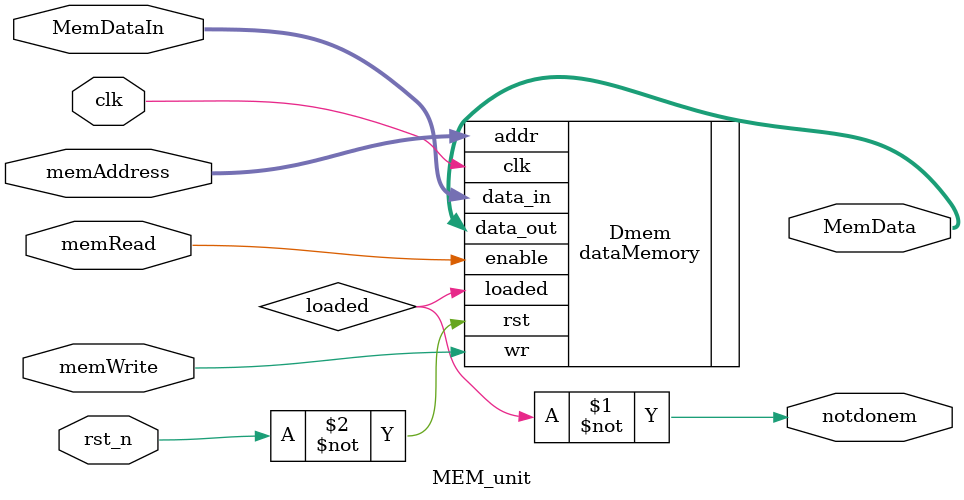
<source format=v>
module MEM_unit(MemDataIn, memAddress, memRead, memWrite, clk, rst_n, MemData, notdonem);

    // Ports
    input [15:0] MemDataIn, memAddress;
    input memRead, memWrite, clk, rst_n;
    output [15:0] MemData;
    output notdonem;

    // Internal
    wire loaded;

    assign notdonem = ~loaded;

   // Data Memory
   dataMemory Dmem(.addr(memAddress), .data_in(MemDataIn), .data_out(MemData), .enable(memRead), .wr(memWrite), 
      .clk(clk), .rst(~rst_n), .loaded(loaded));

endmodule
</source>
